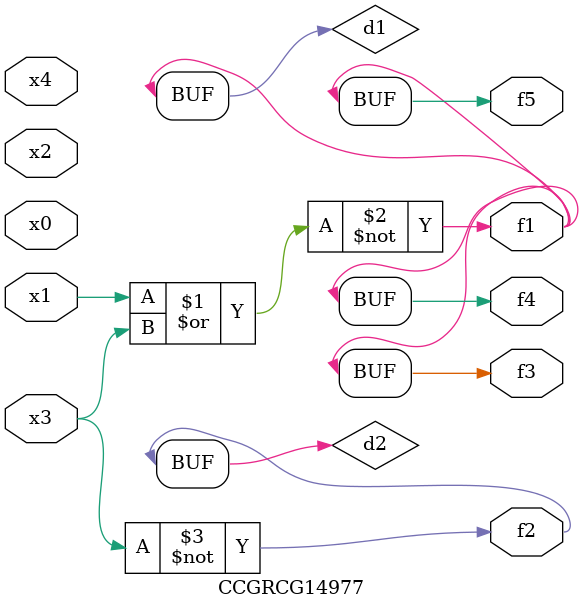
<source format=v>
module CCGRCG14977(
	input x0, x1, x2, x3, x4,
	output f1, f2, f3, f4, f5
);

	wire d1, d2;

	nor (d1, x1, x3);
	not (d2, x3);
	assign f1 = d1;
	assign f2 = d2;
	assign f3 = d1;
	assign f4 = d1;
	assign f5 = d1;
endmodule

</source>
